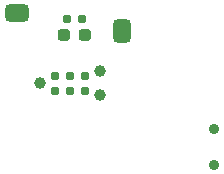
<source format=gbr>
%TF.GenerationSoftware,KiCad,Pcbnew,8.0.1*%
%TF.CreationDate,2024-07-01T16:07:51-04:00*%
%TF.ProjectId,V1,56312e6b-6963-4616-945f-706362585858,rev?*%
%TF.SameCoordinates,Original*%
%TF.FileFunction,Soldermask,Top*%
%TF.FilePolarity,Negative*%
%FSLAX46Y46*%
G04 Gerber Fmt 4.6, Leading zero omitted, Abs format (unit mm)*
G04 Created by KiCad (PCBNEW 8.0.1) date 2024-07-01 16:07:51*
%MOMM*%
%LPD*%
G01*
G04 APERTURE LIST*
G04 Aperture macros list*
%AMRoundRect*
0 Rectangle with rounded corners*
0 $1 Rounding radius*
0 $2 $3 $4 $5 $6 $7 $8 $9 X,Y pos of 4 corners*
0 Add a 4 corners polygon primitive as box body*
4,1,4,$2,$3,$4,$5,$6,$7,$8,$9,$2,$3,0*
0 Add four circle primitives for the rounded corners*
1,1,$1+$1,$2,$3*
1,1,$1+$1,$4,$5*
1,1,$1+$1,$6,$7*
1,1,$1+$1,$8,$9*
0 Add four rect primitives between the rounded corners*
20,1,$1+$1,$2,$3,$4,$5,0*
20,1,$1+$1,$4,$5,$6,$7,0*
20,1,$1+$1,$6,$7,$8,$9,0*
20,1,$1+$1,$8,$9,$2,$3,0*%
G04 Aperture macros list end*
%ADD10RoundRect,0.375000X0.625000X0.375000X-0.625000X0.375000X-0.625000X-0.375000X0.625000X-0.375000X0*%
%ADD11C,0.990600*%
%ADD12C,0.787400*%
%ADD13RoundRect,0.375000X0.375000X-0.625000X0.375000X0.625000X-0.375000X0.625000X-0.375000X-0.625000X0*%
%ADD14RoundRect,0.160000X-0.197500X-0.160000X0.197500X-0.160000X0.197500X0.160000X-0.197500X0.160000X0*%
%ADD15RoundRect,0.237500X-0.287500X-0.237500X0.287500X-0.237500X0.287500X0.237500X-0.287500X0.237500X0*%
%ADD16C,0.900000*%
G04 APERTURE END LIST*
D10*
%TO.C,J7*%
X109970000Y-105640000D03*
%TD*%
D11*
%TO.C,J3*%
X111910000Y-111550000D03*
X116990000Y-110534000D03*
X116990000Y-112566000D03*
D12*
X113180000Y-112185000D03*
X113180000Y-110915000D03*
X114450000Y-112185000D03*
X114450000Y-110915000D03*
X115720000Y-112185000D03*
X115720000Y-110915000D03*
%TD*%
D13*
%TO.C,J6*%
X118815000Y-107150000D03*
%TD*%
D14*
%TO.C,R1*%
X114230000Y-106150000D03*
X115425000Y-106150000D03*
%TD*%
D15*
%TO.C,D1*%
X113975000Y-107470000D03*
X115725000Y-107470000D03*
%TD*%
D16*
%TO.C,SW1*%
X126625000Y-115450000D03*
X126625000Y-118450000D03*
%TD*%
M02*

</source>
